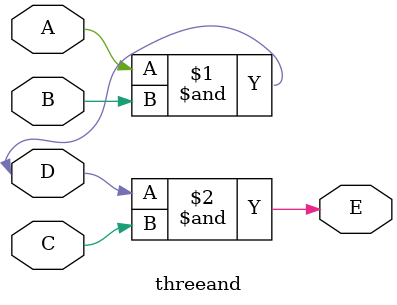
<source format=v>
`timescale 1ns / 1ps


module threeand(
    input A,
    input B,
    input C,
    inout D,
    output E
    );
    
    assign D = A & B;
    assign E = D & C;
    
endmodule

</source>
